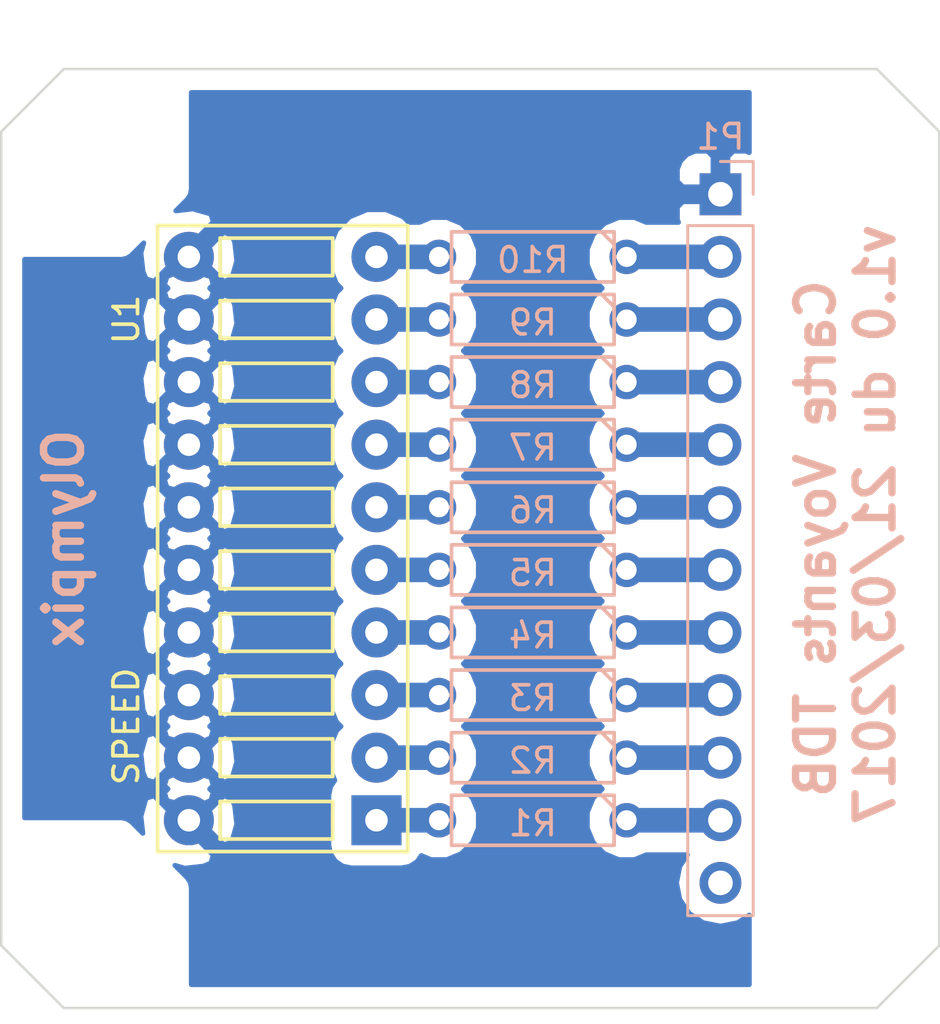
<source format=kicad_pcb>
(kicad_pcb (version 4) (host pcbnew 4.0.4-stable)

  (general
    (links 30)
    (no_connects 0)
    (area 50.749999 50.749999 88.950001 88.950001)
    (thickness 1.6)
    (drawings 10)
    (tracks 20)
    (zones 0)
    (modules 16)
    (nets 23)
  )

  (page A4)
  (title_block
    (title "Support Voyants TDB")
    (rev 2)
    (company EPSA)
    (comment 1 "Validée par PJR")
    (comment 2 "Vérifié par JVN")
    (comment 3 "Conçu par VVE")
  )

  (layers
    (0 F.Cu signal)
    (31 B.Cu signal)
    (32 B.Adhes user)
    (33 F.Adhes user)
    (34 B.Paste user)
    (35 F.Paste user)
    (36 B.SilkS user)
    (37 F.SilkS user)
    (38 B.Mask user)
    (39 F.Mask user)
    (40 Dwgs.User user)
    (41 Cmts.User user)
    (42 Eco1.User user)
    (43 Eco2.User user)
    (44 Edge.Cuts user)
    (45 Margin user)
    (46 B.CrtYd user)
    (47 F.CrtYd user)
    (48 B.Fab user)
    (49 F.Fab user)
  )

  (setup
    (last_trace_width 1)
    (trace_clearance 0.3)
    (zone_clearance 0.8)
    (zone_45_only yes)
    (trace_min 0.5)
    (segment_width 0.2)
    (edge_width 0.1)
    (via_size 1.2)
    (via_drill 0.6)
    (via_min_size 0.4)
    (via_min_drill 0.3)
    (uvia_size 0.3)
    (uvia_drill 0.1)
    (uvias_allowed no)
    (uvia_min_size 0.2)
    (uvia_min_drill 0.1)
    (pcb_text_width 0.3)
    (pcb_text_size 1.5 1.5)
    (mod_edge_width 0.15)
    (mod_text_size 1 1)
    (mod_text_width 0.15)
    (pad_size 1.5 1.5)
    (pad_drill 0.6)
    (pad_to_mask_clearance 0)
    (aux_axis_origin 0 0)
    (visible_elements FFFFFF7F)
    (pcbplotparams
      (layerselection 0x00030_80000001)
      (usegerberextensions false)
      (excludeedgelayer true)
      (linewidth 0.100000)
      (plotframeref false)
      (viasonmask false)
      (mode 1)
      (useauxorigin false)
      (hpglpennumber 1)
      (hpglpenspeed 20)
      (hpglpendiameter 15)
      (hpglpenoverlay 2)
      (psnegative false)
      (psa4output false)
      (plotreference true)
      (plotvalue true)
      (plotinvisibletext false)
      (padsonsilk false)
      (subtractmaskfromsilk false)
      (outputformat 1)
      (mirror false)
      (drillshape 1)
      (scaleselection 1)
      (outputdirectory ""))
  )

  (net 0 "")
  (net 1 bar_graph_1)
  (net 2 "Net-(R1-Pad2)")
  (net 3 bar_graph_2)
  (net 4 "Net-(R2-Pad2)")
  (net 5 bar_graph_3)
  (net 6 "Net-(R3-Pad2)")
  (net 7 bar_graph_4)
  (net 8 "Net-(R4-Pad2)")
  (net 9 bar_graph_5)
  (net 10 "Net-(R5-Pad2)")
  (net 11 bar_graph_6)
  (net 12 "Net-(R6-Pad2)")
  (net 13 bar_graph_7)
  (net 14 "Net-(R7-Pad2)")
  (net 15 bar_graph_8)
  (net 16 "Net-(R8-Pad2)")
  (net 17 bar_graph_9)
  (net 18 "Net-(R9-Pad2)")
  (net 19 bar_graph_10)
  (net 20 "Net-(R10-Pad2)")
  (net 21 GND)
  (net 22 "Net-(P1-Pad12)")

  (net_class Default "Ceci est la Netclass par défaut"
    (clearance 0.3)
    (trace_width 1)
    (via_dia 1.2)
    (via_drill 0.6)
    (uvia_dia 0.3)
    (uvia_drill 0.1)
    (add_net GND)
    (add_net "Net-(P1-Pad12)")
    (add_net "Net-(R1-Pad2)")
    (add_net "Net-(R10-Pad2)")
    (add_net "Net-(R2-Pad2)")
    (add_net "Net-(R3-Pad2)")
    (add_net "Net-(R4-Pad2)")
    (add_net "Net-(R5-Pad2)")
    (add_net "Net-(R6-Pad2)")
    (add_net "Net-(R7-Pad2)")
    (add_net "Net-(R8-Pad2)")
    (add_net "Net-(R9-Pad2)")
    (add_net bar_graph_1)
    (add_net bar_graph_10)
    (add_net bar_graph_2)
    (add_net bar_graph_3)
    (add_net bar_graph_4)
    (add_net bar_graph_5)
    (add_net bar_graph_6)
    (add_net bar_graph_7)
    (add_net bar_graph_8)
    (add_net bar_graph_9)
  )

  (module Mounting_Holes:MountingHole_3.2mm_M3 (layer F.Cu) (tedit 58D13C3D) (tstamp 58D13BAD)
    (at 85.09 85.09)
    (descr "Mounting Hole 3.2mm, no annular, M3")
    (tags "mounting hole 3.2mm no annular m3")
    (fp_text reference REF** (at 0 -4.2) (layer F.SilkS) hide
      (effects (font (size 1 1) (thickness 0.15)))
    )
    (fp_text value "" (at 0 4.2) (layer F.Fab)
      (effects (font (size 1 1) (thickness 0.15)))
    )
    (fp_circle (center 0 0) (end 3.2 0) (layer Cmts.User) (width 0.15))
    (fp_circle (center 0 0) (end 3.45 0) (layer F.CrtYd) (width 0.05))
    (pad 1 np_thru_hole circle (at 0 0) (size 3.2 3.2) (drill 3.2) (layers *.Cu *.Mask))
  )

  (module Mounting_Holes:MountingHole_3.2mm_M3 (layer F.Cu) (tedit 58D13C3A) (tstamp 58D13BA7)
    (at 54.61 85.09)
    (descr "Mounting Hole 3.2mm, no annular, M3")
    (tags "mounting hole 3.2mm no annular m3")
    (fp_text reference REF** (at 0 -4.2) (layer F.SilkS) hide
      (effects (font (size 1 1) (thickness 0.15)))
    )
    (fp_text value "" (at 0 4.2) (layer F.Fab)
      (effects (font (size 1 1) (thickness 0.15)))
    )
    (fp_circle (center 0 0) (end 3.2 0) (layer Cmts.User) (width 0.15))
    (fp_circle (center 0 0) (end 3.45 0) (layer F.CrtYd) (width 0.05))
    (pad 1 np_thru_hole circle (at 0 0) (size 3.2 3.2) (drill 3.2) (layers *.Cu *.Mask))
  )

  (module Mounting_Holes:MountingHole_3.2mm_M3 (layer F.Cu) (tedit 58D13C40) (tstamp 58D13B9D)
    (at 85.09 54.61)
    (descr "Mounting Hole 3.2mm, no annular, M3")
    (tags "mounting hole 3.2mm no annular m3")
    (fp_text reference REF** (at 0 -4.2) (layer F.SilkS) hide
      (effects (font (size 1 1) (thickness 0.15)))
    )
    (fp_text value "" (at 0 -6.35) (layer F.Fab)
      (effects (font (size 1 1) (thickness 0.15)))
    )
    (fp_circle (center 0 0) (end 3.2 0) (layer Cmts.User) (width 0.15))
    (fp_circle (center 0 0) (end 3.45 0) (layer F.CrtYd) (width 0.05))
    (pad 1 np_thru_hole circle (at 0 0) (size 3.2 3.2) (drill 3.2) (layers *.Cu *.Mask))
  )

  (module Discret:R3 (layer B.Cu) (tedit 0) (tstamp 58D13A1B)
    (at 72.39 81.28 180)
    (descr "Resitance 3 pas")
    (tags R)
    (path /58B84772)
    (fp_text reference R1 (at 0 -0.127 180) (layer B.SilkS)
      (effects (font (size 1 1) (thickness 0.15)) (justify mirror))
    )
    (fp_text value 191 (at 0 -0.127 180) (layer B.Fab)
      (effects (font (size 1 1) (thickness 0.15)) (justify mirror))
    )
    (fp_line (start -3.81 0) (end -3.302 0) (layer B.SilkS) (width 0.15))
    (fp_line (start 3.81 0) (end 3.302 0) (layer B.SilkS) (width 0.15))
    (fp_line (start 3.302 0) (end 3.302 1.016) (layer B.SilkS) (width 0.15))
    (fp_line (start 3.302 1.016) (end -3.302 1.016) (layer B.SilkS) (width 0.15))
    (fp_line (start -3.302 1.016) (end -3.302 -1.016) (layer B.SilkS) (width 0.15))
    (fp_line (start -3.302 -1.016) (end 3.302 -1.016) (layer B.SilkS) (width 0.15))
    (fp_line (start 3.302 -1.016) (end 3.302 0) (layer B.SilkS) (width 0.15))
    (fp_line (start -3.302 0.508) (end -2.794 1.016) (layer B.SilkS) (width 0.15))
    (pad 1 thru_hole circle (at -3.81 0 180) (size 1.397 1.397) (drill 0.8128) (layers *.Cu *.Mask)
      (net 1 bar_graph_1))
    (pad 2 thru_hole circle (at 3.81 0 180) (size 1.397 1.397) (drill 0.8128) (layers *.Cu *.Mask)
      (net 2 "Net-(R1-Pad2)"))
    (model Discret.3dshapes/R3.wrl
      (at (xyz 0 0 0))
      (scale (xyz 0.3 0.3 0.3))
      (rotate (xyz 0 0 0))
    )
  )

  (module Discret:R3 (layer B.Cu) (tedit 0) (tstamp 58D13A21)
    (at 72.39 78.74 180)
    (descr "Resitance 3 pas")
    (tags R)
    (path /58B8479E)
    (fp_text reference R2 (at 0 -0.127 180) (layer B.SilkS)
      (effects (font (size 1 1) (thickness 0.15)) (justify mirror))
    )
    (fp_text value 191 (at 0 -0.127 180) (layer B.Fab)
      (effects (font (size 1 1) (thickness 0.15)) (justify mirror))
    )
    (fp_line (start -3.81 0) (end -3.302 0) (layer B.SilkS) (width 0.15))
    (fp_line (start 3.81 0) (end 3.302 0) (layer B.SilkS) (width 0.15))
    (fp_line (start 3.302 0) (end 3.302 1.016) (layer B.SilkS) (width 0.15))
    (fp_line (start 3.302 1.016) (end -3.302 1.016) (layer B.SilkS) (width 0.15))
    (fp_line (start -3.302 1.016) (end -3.302 -1.016) (layer B.SilkS) (width 0.15))
    (fp_line (start -3.302 -1.016) (end 3.302 -1.016) (layer B.SilkS) (width 0.15))
    (fp_line (start 3.302 -1.016) (end 3.302 0) (layer B.SilkS) (width 0.15))
    (fp_line (start -3.302 0.508) (end -2.794 1.016) (layer B.SilkS) (width 0.15))
    (pad 1 thru_hole circle (at -3.81 0 180) (size 1.397 1.397) (drill 0.8128) (layers *.Cu *.Mask)
      (net 3 bar_graph_2))
    (pad 2 thru_hole circle (at 3.81 0 180) (size 1.397 1.397) (drill 0.8128) (layers *.Cu *.Mask)
      (net 4 "Net-(R2-Pad2)"))
    (model Discret.3dshapes/R3.wrl
      (at (xyz 0 0 0))
      (scale (xyz 0.3 0.3 0.3))
      (rotate (xyz 0 0 0))
    )
  )

  (module Discret:R3 (layer B.Cu) (tedit 0) (tstamp 58D13A27)
    (at 72.39 76.2 180)
    (descr "Resitance 3 pas")
    (tags R)
    (path /58B847CE)
    (fp_text reference R3 (at 0 -0.127 180) (layer B.SilkS)
      (effects (font (size 1 1) (thickness 0.15)) (justify mirror))
    )
    (fp_text value 191 (at 0 -0.127 180) (layer B.Fab)
      (effects (font (size 1 1) (thickness 0.15)) (justify mirror))
    )
    (fp_line (start -3.81 0) (end -3.302 0) (layer B.SilkS) (width 0.15))
    (fp_line (start 3.81 0) (end 3.302 0) (layer B.SilkS) (width 0.15))
    (fp_line (start 3.302 0) (end 3.302 1.016) (layer B.SilkS) (width 0.15))
    (fp_line (start 3.302 1.016) (end -3.302 1.016) (layer B.SilkS) (width 0.15))
    (fp_line (start -3.302 1.016) (end -3.302 -1.016) (layer B.SilkS) (width 0.15))
    (fp_line (start -3.302 -1.016) (end 3.302 -1.016) (layer B.SilkS) (width 0.15))
    (fp_line (start 3.302 -1.016) (end 3.302 0) (layer B.SilkS) (width 0.15))
    (fp_line (start -3.302 0.508) (end -2.794 1.016) (layer B.SilkS) (width 0.15))
    (pad 1 thru_hole circle (at -3.81 0 180) (size 1.397 1.397) (drill 0.8128) (layers *.Cu *.Mask)
      (net 5 bar_graph_3))
    (pad 2 thru_hole circle (at 3.81 0 180) (size 1.397 1.397) (drill 0.8128) (layers *.Cu *.Mask)
      (net 6 "Net-(R3-Pad2)"))
    (model Discret.3dshapes/R3.wrl
      (at (xyz 0 0 0))
      (scale (xyz 0.3 0.3 0.3))
      (rotate (xyz 0 0 0))
    )
  )

  (module Discret:R3 (layer B.Cu) (tedit 0) (tstamp 58D13A2D)
    (at 72.39 73.66 180)
    (descr "Resitance 3 pas")
    (tags R)
    (path /58B847F6)
    (fp_text reference R4 (at 0 -0.127 180) (layer B.SilkS)
      (effects (font (size 1 1) (thickness 0.15)) (justify mirror))
    )
    (fp_text value 191 (at 0 -0.127 180) (layer B.Fab)
      (effects (font (size 1 1) (thickness 0.15)) (justify mirror))
    )
    (fp_line (start -3.81 0) (end -3.302 0) (layer B.SilkS) (width 0.15))
    (fp_line (start 3.81 0) (end 3.302 0) (layer B.SilkS) (width 0.15))
    (fp_line (start 3.302 0) (end 3.302 1.016) (layer B.SilkS) (width 0.15))
    (fp_line (start 3.302 1.016) (end -3.302 1.016) (layer B.SilkS) (width 0.15))
    (fp_line (start -3.302 1.016) (end -3.302 -1.016) (layer B.SilkS) (width 0.15))
    (fp_line (start -3.302 -1.016) (end 3.302 -1.016) (layer B.SilkS) (width 0.15))
    (fp_line (start 3.302 -1.016) (end 3.302 0) (layer B.SilkS) (width 0.15))
    (fp_line (start -3.302 0.508) (end -2.794 1.016) (layer B.SilkS) (width 0.15))
    (pad 1 thru_hole circle (at -3.81 0 180) (size 1.397 1.397) (drill 0.8128) (layers *.Cu *.Mask)
      (net 7 bar_graph_4))
    (pad 2 thru_hole circle (at 3.81 0 180) (size 1.397 1.397) (drill 0.8128) (layers *.Cu *.Mask)
      (net 8 "Net-(R4-Pad2)"))
    (model Discret.3dshapes/R3.wrl
      (at (xyz 0 0 0))
      (scale (xyz 0.3 0.3 0.3))
      (rotate (xyz 0 0 0))
    )
  )

  (module Discret:R3 (layer B.Cu) (tedit 0) (tstamp 58D13A33)
    (at 72.39 71.12 180)
    (descr "Resitance 3 pas")
    (tags R)
    (path /58B843C5)
    (fp_text reference R5 (at 0 -0.127 180) (layer B.SilkS)
      (effects (font (size 1 1) (thickness 0.15)) (justify mirror))
    )
    (fp_text value 191 (at 0 -0.127 180) (layer B.Fab)
      (effects (font (size 1 1) (thickness 0.15)) (justify mirror))
    )
    (fp_line (start -3.81 0) (end -3.302 0) (layer B.SilkS) (width 0.15))
    (fp_line (start 3.81 0) (end 3.302 0) (layer B.SilkS) (width 0.15))
    (fp_line (start 3.302 0) (end 3.302 1.016) (layer B.SilkS) (width 0.15))
    (fp_line (start 3.302 1.016) (end -3.302 1.016) (layer B.SilkS) (width 0.15))
    (fp_line (start -3.302 1.016) (end -3.302 -1.016) (layer B.SilkS) (width 0.15))
    (fp_line (start -3.302 -1.016) (end 3.302 -1.016) (layer B.SilkS) (width 0.15))
    (fp_line (start 3.302 -1.016) (end 3.302 0) (layer B.SilkS) (width 0.15))
    (fp_line (start -3.302 0.508) (end -2.794 1.016) (layer B.SilkS) (width 0.15))
    (pad 1 thru_hole circle (at -3.81 0 180) (size 1.397 1.397) (drill 0.8128) (layers *.Cu *.Mask)
      (net 9 bar_graph_5))
    (pad 2 thru_hole circle (at 3.81 0 180) (size 1.397 1.397) (drill 0.8128) (layers *.Cu *.Mask)
      (net 10 "Net-(R5-Pad2)"))
    (model Discret.3dshapes/R3.wrl
      (at (xyz 0 0 0))
      (scale (xyz 0.3 0.3 0.3))
      (rotate (xyz 0 0 0))
    )
  )

  (module Discret:R3 (layer B.Cu) (tedit 0) (tstamp 58D13A39)
    (at 72.39 68.58 180)
    (descr "Resitance 3 pas")
    (tags R)
    (path /58B84710)
    (fp_text reference R6 (at 0 -0.127 180) (layer B.SilkS)
      (effects (font (size 1 1) (thickness 0.15)) (justify mirror))
    )
    (fp_text value 191 (at 0 -0.127 180) (layer B.Fab)
      (effects (font (size 1 1) (thickness 0.15)) (justify mirror))
    )
    (fp_line (start -3.81 0) (end -3.302 0) (layer B.SilkS) (width 0.15))
    (fp_line (start 3.81 0) (end 3.302 0) (layer B.SilkS) (width 0.15))
    (fp_line (start 3.302 0) (end 3.302 1.016) (layer B.SilkS) (width 0.15))
    (fp_line (start 3.302 1.016) (end -3.302 1.016) (layer B.SilkS) (width 0.15))
    (fp_line (start -3.302 1.016) (end -3.302 -1.016) (layer B.SilkS) (width 0.15))
    (fp_line (start -3.302 -1.016) (end 3.302 -1.016) (layer B.SilkS) (width 0.15))
    (fp_line (start 3.302 -1.016) (end 3.302 0) (layer B.SilkS) (width 0.15))
    (fp_line (start -3.302 0.508) (end -2.794 1.016) (layer B.SilkS) (width 0.15))
    (pad 1 thru_hole circle (at -3.81 0 180) (size 1.397 1.397) (drill 0.8128) (layers *.Cu *.Mask)
      (net 11 bar_graph_6))
    (pad 2 thru_hole circle (at 3.81 0 180) (size 1.397 1.397) (drill 0.8128) (layers *.Cu *.Mask)
      (net 12 "Net-(R6-Pad2)"))
    (model Discret.3dshapes/R3.wrl
      (at (xyz 0 0 0))
      (scale (xyz 0.3 0.3 0.3))
      (rotate (xyz 0 0 0))
    )
  )

  (module Discret:R3 (layer B.Cu) (tedit 0) (tstamp 58D13A3F)
    (at 72.39 66.04 180)
    (descr "Resitance 3 pas")
    (tags R)
    (path /58B84744)
    (fp_text reference R7 (at 0 -0.127 180) (layer B.SilkS)
      (effects (font (size 1 1) (thickness 0.15)) (justify mirror))
    )
    (fp_text value 191 (at 0 -0.127 180) (layer B.Fab)
      (effects (font (size 1 1) (thickness 0.15)) (justify mirror))
    )
    (fp_line (start -3.81 0) (end -3.302 0) (layer B.SilkS) (width 0.15))
    (fp_line (start 3.81 0) (end 3.302 0) (layer B.SilkS) (width 0.15))
    (fp_line (start 3.302 0) (end 3.302 1.016) (layer B.SilkS) (width 0.15))
    (fp_line (start 3.302 1.016) (end -3.302 1.016) (layer B.SilkS) (width 0.15))
    (fp_line (start -3.302 1.016) (end -3.302 -1.016) (layer B.SilkS) (width 0.15))
    (fp_line (start -3.302 -1.016) (end 3.302 -1.016) (layer B.SilkS) (width 0.15))
    (fp_line (start 3.302 -1.016) (end 3.302 0) (layer B.SilkS) (width 0.15))
    (fp_line (start -3.302 0.508) (end -2.794 1.016) (layer B.SilkS) (width 0.15))
    (pad 1 thru_hole circle (at -3.81 0 180) (size 1.397 1.397) (drill 0.8128) (layers *.Cu *.Mask)
      (net 13 bar_graph_7))
    (pad 2 thru_hole circle (at 3.81 0 180) (size 1.397 1.397) (drill 0.8128) (layers *.Cu *.Mask)
      (net 14 "Net-(R7-Pad2)"))
    (model Discret.3dshapes/R3.wrl
      (at (xyz 0 0 0))
      (scale (xyz 0.3 0.3 0.3))
      (rotate (xyz 0 0 0))
    )
  )

  (module Discret:R3 (layer B.Cu) (tedit 0) (tstamp 58D13A45)
    (at 72.39 63.5 180)
    (descr "Resitance 3 pas")
    (tags R)
    (path /58B84830)
    (fp_text reference R8 (at 0 -0.127 180) (layer B.SilkS)
      (effects (font (size 1 1) (thickness 0.15)) (justify mirror))
    )
    (fp_text value 191 (at 0 -0.127 180) (layer B.Fab)
      (effects (font (size 1 1) (thickness 0.15)) (justify mirror))
    )
    (fp_line (start -3.81 0) (end -3.302 0) (layer B.SilkS) (width 0.15))
    (fp_line (start 3.81 0) (end 3.302 0) (layer B.SilkS) (width 0.15))
    (fp_line (start 3.302 0) (end 3.302 1.016) (layer B.SilkS) (width 0.15))
    (fp_line (start 3.302 1.016) (end -3.302 1.016) (layer B.SilkS) (width 0.15))
    (fp_line (start -3.302 1.016) (end -3.302 -1.016) (layer B.SilkS) (width 0.15))
    (fp_line (start -3.302 -1.016) (end 3.302 -1.016) (layer B.SilkS) (width 0.15))
    (fp_line (start 3.302 -1.016) (end 3.302 0) (layer B.SilkS) (width 0.15))
    (fp_line (start -3.302 0.508) (end -2.794 1.016) (layer B.SilkS) (width 0.15))
    (pad 1 thru_hole circle (at -3.81 0 180) (size 1.397 1.397) (drill 0.8128) (layers *.Cu *.Mask)
      (net 15 bar_graph_8))
    (pad 2 thru_hole circle (at 3.81 0 180) (size 1.397 1.397) (drill 0.8128) (layers *.Cu *.Mask)
      (net 16 "Net-(R8-Pad2)"))
    (model Discret.3dshapes/R3.wrl
      (at (xyz 0 0 0))
      (scale (xyz 0.3 0.3 0.3))
      (rotate (xyz 0 0 0))
    )
  )

  (module Discret:R3 (layer B.Cu) (tedit 0) (tstamp 58D13A4B)
    (at 72.39 60.96 180)
    (descr "Resitance 3 pas")
    (tags R)
    (path /58B84860)
    (fp_text reference R9 (at 0 -0.127 180) (layer B.SilkS)
      (effects (font (size 1 1) (thickness 0.15)) (justify mirror))
    )
    (fp_text value 191 (at 0 -0.127 180) (layer B.Fab)
      (effects (font (size 1 1) (thickness 0.15)) (justify mirror))
    )
    (fp_line (start -3.81 0) (end -3.302 0) (layer B.SilkS) (width 0.15))
    (fp_line (start 3.81 0) (end 3.302 0) (layer B.SilkS) (width 0.15))
    (fp_line (start 3.302 0) (end 3.302 1.016) (layer B.SilkS) (width 0.15))
    (fp_line (start 3.302 1.016) (end -3.302 1.016) (layer B.SilkS) (width 0.15))
    (fp_line (start -3.302 1.016) (end -3.302 -1.016) (layer B.SilkS) (width 0.15))
    (fp_line (start -3.302 -1.016) (end 3.302 -1.016) (layer B.SilkS) (width 0.15))
    (fp_line (start 3.302 -1.016) (end 3.302 0) (layer B.SilkS) (width 0.15))
    (fp_line (start -3.302 0.508) (end -2.794 1.016) (layer B.SilkS) (width 0.15))
    (pad 1 thru_hole circle (at -3.81 0 180) (size 1.397 1.397) (drill 0.8128) (layers *.Cu *.Mask)
      (net 17 bar_graph_9))
    (pad 2 thru_hole circle (at 3.81 0 180) (size 1.397 1.397) (drill 0.8128) (layers *.Cu *.Mask)
      (net 18 "Net-(R9-Pad2)"))
    (model Discret.3dshapes/R3.wrl
      (at (xyz 0 0 0))
      (scale (xyz 0.3 0.3 0.3))
      (rotate (xyz 0 0 0))
    )
  )

  (module Discret:R3 (layer B.Cu) (tedit 0) (tstamp 58D13A51)
    (at 72.39 58.42 180)
    (descr "Resitance 3 pas")
    (tags R)
    (path /58B84890)
    (fp_text reference R10 (at 0 -0.127 180) (layer B.SilkS)
      (effects (font (size 1 1) (thickness 0.15)) (justify mirror))
    )
    (fp_text value 191 (at 0 -0.127 180) (layer B.Fab)
      (effects (font (size 1 1) (thickness 0.15)) (justify mirror))
    )
    (fp_line (start -3.81 0) (end -3.302 0) (layer B.SilkS) (width 0.15))
    (fp_line (start 3.81 0) (end 3.302 0) (layer B.SilkS) (width 0.15))
    (fp_line (start 3.302 0) (end 3.302 1.016) (layer B.SilkS) (width 0.15))
    (fp_line (start 3.302 1.016) (end -3.302 1.016) (layer B.SilkS) (width 0.15))
    (fp_line (start -3.302 1.016) (end -3.302 -1.016) (layer B.SilkS) (width 0.15))
    (fp_line (start -3.302 -1.016) (end 3.302 -1.016) (layer B.SilkS) (width 0.15))
    (fp_line (start 3.302 -1.016) (end 3.302 0) (layer B.SilkS) (width 0.15))
    (fp_line (start -3.302 0.508) (end -2.794 1.016) (layer B.SilkS) (width 0.15))
    (pad 1 thru_hole circle (at -3.81 0 180) (size 1.397 1.397) (drill 0.8128) (layers *.Cu *.Mask)
      (net 19 bar_graph_10))
    (pad 2 thru_hole circle (at 3.81 0 180) (size 1.397 1.397) (drill 0.8128) (layers *.Cu *.Mask)
      (net 20 "Net-(R10-Pad2)"))
    (model Discret.3dshapes/R3.wrl
      (at (xyz 0 0 0))
      (scale (xyz 0.3 0.3 0.3))
      (rotate (xyz 0 0 0))
    )
  )

  (module Display:HDSP-48xx (layer F.Cu) (tedit 58D13C61) (tstamp 58D13A69)
    (at 62.23 69.85 90)
    (descr "Barre 10 points")
    (tags BARGRAPH)
    (path /58B842EE)
    (fp_text reference U1 (at 8.89 -6.35 90) (layer F.SilkS)
      (effects (font (size 1 1) (thickness 0.15)))
    )
    (fp_text value SPEED (at -7.62 -6.35 90) (layer F.SilkS)
      (effects (font (size 1 1) (thickness 0.15)))
    )
    (fp_line (start 10.668 -2.54) (end 12.192 -2.54) (layer F.SilkS) (width 0.15))
    (fp_line (start 12.192 -2.54) (end 12.192 2.032) (layer F.SilkS) (width 0.15))
    (fp_line (start 12.192 2.032) (end 10.668 2.032) (layer F.SilkS) (width 0.15))
    (fp_line (start 10.668 2.032) (end 10.668 -2.54) (layer F.SilkS) (width 0.15))
    (fp_line (start 8.128 -2.54) (end 9.652 -2.54) (layer F.SilkS) (width 0.15))
    (fp_line (start 9.652 -2.54) (end 9.652 2.032) (layer F.SilkS) (width 0.15))
    (fp_line (start 9.652 2.032) (end 8.128 2.032) (layer F.SilkS) (width 0.15))
    (fp_line (start 8.128 2.032) (end 8.128 -2.54) (layer F.SilkS) (width 0.15))
    (fp_line (start 5.588 -2.54) (end 7.112 -2.54) (layer F.SilkS) (width 0.15))
    (fp_line (start 7.112 -2.54) (end 7.112 2.032) (layer F.SilkS) (width 0.15))
    (fp_line (start 7.112 2.032) (end 5.588 2.032) (layer F.SilkS) (width 0.15))
    (fp_line (start 5.588 2.032) (end 5.588 -2.54) (layer F.SilkS) (width 0.15))
    (fp_line (start 3.048 -2.54) (end 4.572 -2.54) (layer F.SilkS) (width 0.15))
    (fp_line (start 4.572 -2.54) (end 4.572 2.032) (layer F.SilkS) (width 0.15))
    (fp_line (start 4.572 2.032) (end 3.048 2.032) (layer F.SilkS) (width 0.15))
    (fp_line (start 3.048 2.032) (end 3.048 -2.54) (layer F.SilkS) (width 0.15))
    (fp_line (start 0.508 -2.54) (end 2.032 -2.54) (layer F.SilkS) (width 0.15))
    (fp_line (start 2.032 -2.54) (end 2.032 2.032) (layer F.SilkS) (width 0.15))
    (fp_line (start 2.032 2.032) (end 0.508 2.032) (layer F.SilkS) (width 0.15))
    (fp_line (start 0.508 2.032) (end 0.508 -2.54) (layer F.SilkS) (width 0.15))
    (fp_line (start -2.032 -2.54) (end -0.508 -2.54) (layer F.SilkS) (width 0.15))
    (fp_line (start -0.508 -2.54) (end -0.508 2.032) (layer F.SilkS) (width 0.15))
    (fp_line (start -0.508 2.032) (end -2.032 2.032) (layer F.SilkS) (width 0.15))
    (fp_line (start -2.032 2.032) (end -2.032 -2.54) (layer F.SilkS) (width 0.15))
    (fp_line (start -4.572 2.032) (end -3.048 2.032) (layer F.SilkS) (width 0.15))
    (fp_line (start -3.048 2.032) (end -3.048 -2.54) (layer F.SilkS) (width 0.15))
    (fp_line (start -3.048 -2.54) (end -4.572 -2.54) (layer F.SilkS) (width 0.15))
    (fp_line (start -4.572 -2.54) (end -4.572 2.032) (layer F.SilkS) (width 0.15))
    (fp_line (start -7.112 -2.54) (end -5.588 -2.54) (layer F.SilkS) (width 0.15))
    (fp_line (start -5.588 -2.54) (end -5.588 2.032) (layer F.SilkS) (width 0.15))
    (fp_line (start -5.588 2.032) (end -7.112 2.032) (layer F.SilkS) (width 0.15))
    (fp_line (start -7.112 2.032) (end -7.112 -2.54) (layer F.SilkS) (width 0.15))
    (fp_line (start -9.652 2.032) (end -9.652 -2.54) (layer F.SilkS) (width 0.15))
    (fp_line (start -9.652 -2.54) (end -8.128 -2.54) (layer F.SilkS) (width 0.15))
    (fp_line (start -8.128 -2.54) (end -8.128 2.032) (layer F.SilkS) (width 0.15))
    (fp_line (start -8.128 2.032) (end -9.652 2.032) (layer F.SilkS) (width 0.15))
    (fp_line (start -12.192 2.032) (end -12.192 -2.54) (layer F.SilkS) (width 0.15))
    (fp_line (start -12.192 -2.54) (end -10.668 -2.54) (layer F.SilkS) (width 0.15))
    (fp_line (start -10.668 -2.54) (end -10.668 2.032) (layer F.SilkS) (width 0.15))
    (fp_line (start -10.668 2.032) (end -12.192 2.032) (layer F.SilkS) (width 0.15))
    (fp_line (start 11.176 2.032) (end 11.684 2.032) (layer F.SilkS) (width 0.15))
    (fp_line (start 11.684 -2.54) (end 11.176 -2.54) (layer F.SilkS) (width 0.15))
    (fp_line (start 8.636 2.032) (end 9.144 2.032) (layer F.SilkS) (width 0.15))
    (fp_line (start 9.144 -2.54) (end 8.636 -2.54) (layer F.SilkS) (width 0.15))
    (fp_line (start 6.096 2.032) (end 6.604 2.032) (layer F.SilkS) (width 0.15))
    (fp_line (start 6.604 -2.54) (end 6.096 -2.54) (layer F.SilkS) (width 0.15))
    (fp_line (start 3.556 2.032) (end 4.064 2.032) (layer F.SilkS) (width 0.15))
    (fp_line (start 4.064 -2.54) (end 3.556 -2.54) (layer F.SilkS) (width 0.15))
    (fp_line (start 1.016 2.032) (end 1.524 2.032) (layer F.SilkS) (width 0.15))
    (fp_line (start 1.524 -2.54) (end 1.016 -2.54) (layer F.SilkS) (width 0.15))
    (fp_line (start -1.524 2.032) (end -1.016 2.032) (layer F.SilkS) (width 0.15))
    (fp_line (start -1.016 -2.54) (end -1.524 -2.54) (layer F.SilkS) (width 0.15))
    (fp_line (start -3.556 -2.54) (end -4.064 -2.54) (layer F.SilkS) (width 0.15))
    (fp_line (start -4.064 2.032) (end -3.556 2.032) (layer F.SilkS) (width 0.15))
    (fp_line (start -6.604 2.032) (end -6.096 2.032) (layer F.SilkS) (width 0.15))
    (fp_line (start -6.096 -2.54) (end -6.604 -2.54) (layer F.SilkS) (width 0.15))
    (fp_line (start -9.144 2.032) (end -8.636 2.032) (layer F.SilkS) (width 0.15))
    (fp_line (start -8.636 -2.54) (end -9.144 -2.54) (layer F.SilkS) (width 0.15))
    (fp_line (start -11.684 -2.54) (end -11.176 -2.54) (layer F.SilkS) (width 0.15))
    (fp_line (start -11.176 2.032) (end -11.684 2.032) (layer F.SilkS) (width 0.15))
    (fp_line (start 12.7 -5.08) (end 12.7 5.08) (layer F.SilkS) (width 0.15))
    (fp_line (start 12.7 5.08) (end -12.7 5.08) (layer F.SilkS) (width 0.15))
    (fp_line (start -12.7 5.08) (end -12.7 -5.08) (layer F.SilkS) (width 0.15))
    (fp_line (start -12.7 -5.08) (end 12.7 -5.08) (layer F.SilkS) (width 0.15))
    (pad 1 thru_hole rect (at -11.43 3.81 90) (size 2.032 2.032) (drill 0.9144) (layers *.Cu *.Mask)
      (net 2 "Net-(R1-Pad2)"))
    (pad 2 thru_hole circle (at -8.89 3.81 90) (size 2.032 2.032) (drill 0.9144) (layers *.Cu *.Mask)
      (net 4 "Net-(R2-Pad2)"))
    (pad 3 thru_hole circle (at -6.35 3.81 90) (size 2.032 2.032) (drill 0.9144) (layers *.Cu *.Mask)
      (net 6 "Net-(R3-Pad2)"))
    (pad 4 thru_hole circle (at -3.81 3.81 90) (size 2.032 2.032) (drill 0.9144) (layers *.Cu *.Mask)
      (net 8 "Net-(R4-Pad2)"))
    (pad 13 thru_hole circle (at 6.35 -3.81 90) (size 2.032 2.032) (drill 0.9144) (layers *.Cu *.Mask)
      (net 21 GND))
    (pad 14 thru_hole circle (at 3.81 -3.81 90) (size 2.032 2.032) (drill 0.9144) (layers *.Cu *.Mask)
      (net 21 GND))
    (pad 15 thru_hole circle (at 1.27 -3.81 90) (size 2.032 2.032) (drill 0.9144) (layers *.Cu *.Mask)
      (net 21 GND))
    (pad 16 thru_hole circle (at -1.27 -3.81 90) (size 2.032 2.032) (drill 0.9144) (layers *.Cu *.Mask)
      (net 21 GND))
    (pad 5 thru_hole circle (at -1.27 3.81 90) (size 2.032 2.032) (drill 0.9144) (layers *.Cu *.Mask)
      (net 10 "Net-(R5-Pad2)"))
    (pad 6 thru_hole circle (at 1.27 3.81 90) (size 2.032 2.032) (drill 0.9144) (layers *.Cu *.Mask)
      (net 12 "Net-(R6-Pad2)"))
    (pad 7 thru_hole circle (at 3.81 3.81 90) (size 2.032 2.032) (drill 0.9144) (layers *.Cu *.Mask)
      (net 14 "Net-(R7-Pad2)"))
    (pad 8 thru_hole circle (at 6.35 3.81 90) (size 2.032 2.032) (drill 0.9144) (layers *.Cu *.Mask)
      (net 16 "Net-(R8-Pad2)"))
    (pad 12 thru_hole circle (at 8.89 -3.81 90) (size 2.032 2.032) (drill 0.9144) (layers *.Cu *.Mask)
      (net 21 GND))
    (pad 11 thru_hole circle (at 11.43 -3.81 90) (size 2.032 2.032) (drill 0.9144) (layers *.Cu *.Mask)
      (net 21 GND))
    (pad 10 thru_hole circle (at 11.43 3.81 90) (size 2.032 2.032) (drill 0.9144) (layers *.Cu *.Mask)
      (net 20 "Net-(R10-Pad2)"))
    (pad 9 thru_hole circle (at 8.89 3.81 90) (size 2.032 2.032) (drill 0.9144) (layers *.Cu *.Mask)
      (net 18 "Net-(R9-Pad2)"))
    (pad 17 thru_hole circle (at -3.81 -3.81 90) (size 2.032 2.032) (drill 0.9144) (layers *.Cu *.Mask)
      (net 21 GND))
    (pad 18 thru_hole circle (at -6.35 -3.81 90) (size 2.032 2.032) (drill 0.9144) (layers *.Cu *.Mask)
      (net 21 GND))
    (pad 19 thru_hole circle (at -8.89 -3.81 90) (size 2.032 2.032) (drill 0.9144) (layers *.Cu *.Mask)
      (net 21 GND))
    (pad 20 thru_hole circle (at -11.43 -3.81 90) (size 2.032 2.032) (drill 0.9144) (layers *.Cu *.Mask)
      (net 21 GND))
  )

  (module Mounting_Holes:MountingHole_3.2mm_M3 (layer F.Cu) (tedit 58D13C44) (tstamp 58D13B8E)
    (at 54.61 54.61)
    (descr "Mounting Hole 3.2mm, no annular, M3")
    (tags "mounting hole 3.2mm no annular m3")
    (fp_text reference REF** (at 0 -4.2) (layer F.SilkS) hide
      (effects (font (size 1 1) (thickness 0.15)))
    )
    (fp_text value "" (at -1.27 -6.35) (layer F.Fab)
      (effects (font (size 1 1) (thickness 0.15)))
    )
    (fp_circle (center 0 0) (end 3.2 0) (layer Cmts.User) (width 0.15))
    (fp_circle (center 0 0) (end 3.45 0) (layer F.CrtYd) (width 0.05))
    (pad 1 np_thru_hole circle (at 0 0) (size 3.2 3.2) (drill 3.2) (layers *.Cu *.Mask))
  )

  (module Pin_Headers:Pin_Header_Straight_1x12_Pitch2.54mm (layer B.Cu) (tedit 58D1424E) (tstamp 58D13E28)
    (at 80.01 55.88 180)
    (descr "Through hole straight pin header, 1x12, 2.54mm pitch, single row")
    (tags "Through hole pin header THT 1x12 2.54mm single row")
    (path /58D12C96)
    (fp_text reference P1 (at 0 2.33 180) (layer B.SilkS)
      (effects (font (size 1 1) (thickness 0.15)) (justify mirror))
    )
    (fp_text value FROM_TDB (at 2.54 -30.48 180) (layer B.Fab)
      (effects (font (size 1 1) (thickness 0.15)) (justify mirror))
    )
    (fp_line (start -1.27 1.27) (end -1.27 -29.21) (layer B.Fab) (width 0.1))
    (fp_line (start -1.27 -29.21) (end 1.27 -29.21) (layer B.Fab) (width 0.1))
    (fp_line (start 1.27 -29.21) (end 1.27 1.27) (layer B.Fab) (width 0.1))
    (fp_line (start 1.27 1.27) (end -1.27 1.27) (layer B.Fab) (width 0.1))
    (fp_line (start -1.33 -1.27) (end -1.33 -29.27) (layer B.SilkS) (width 0.12))
    (fp_line (start -1.33 -29.27) (end 1.33 -29.27) (layer B.SilkS) (width 0.12))
    (fp_line (start 1.33 -29.27) (end 1.33 -1.27) (layer B.SilkS) (width 0.12))
    (fp_line (start 1.33 -1.27) (end -1.33 -1.27) (layer B.SilkS) (width 0.12))
    (fp_line (start -1.33 0) (end -1.33 1.33) (layer B.SilkS) (width 0.12))
    (fp_line (start -1.33 1.33) (end 0 1.33) (layer B.SilkS) (width 0.12))
    (fp_line (start -1.8 1.8) (end -1.8 -29.75) (layer B.CrtYd) (width 0.05))
    (fp_line (start -1.8 -29.75) (end 1.8 -29.75) (layer B.CrtYd) (width 0.05))
    (fp_line (start 1.8 -29.75) (end 1.8 1.8) (layer B.CrtYd) (width 0.05))
    (fp_line (start 1.8 1.8) (end -1.8 1.8) (layer B.CrtYd) (width 0.05))
    (fp_text user %R (at 0 2.33 180) (layer B.Fab)
      (effects (font (size 1 1) (thickness 0.15)) (justify mirror))
    )
    (pad 1 thru_hole rect (at 0 0 180) (size 1.7 1.7) (drill 1) (layers *.Cu *.Mask)
      (net 21 GND))
    (pad 2 thru_hole oval (at 0 -2.54 180) (size 1.7 1.7) (drill 1) (layers *.Cu *.Mask)
      (net 19 bar_graph_10))
    (pad 3 thru_hole oval (at 0 -5.08 180) (size 1.7 1.7) (drill 1) (layers *.Cu *.Mask)
      (net 17 bar_graph_9))
    (pad 4 thru_hole oval (at 0 -7.62 180) (size 1.7 1.7) (drill 1) (layers *.Cu *.Mask)
      (net 15 bar_graph_8))
    (pad 5 thru_hole oval (at 0 -10.16 180) (size 1.7 1.7) (drill 1) (layers *.Cu *.Mask)
      (net 13 bar_graph_7))
    (pad 6 thru_hole oval (at 0 -12.7 180) (size 1.7 1.7) (drill 1) (layers *.Cu *.Mask)
      (net 11 bar_graph_6))
    (pad 7 thru_hole oval (at 0 -15.24 180) (size 1.7 1.7) (drill 1) (layers *.Cu *.Mask)
      (net 9 bar_graph_5))
    (pad 8 thru_hole oval (at 0 -17.78 180) (size 1.7 1.7) (drill 1) (layers *.Cu *.Mask)
      (net 7 bar_graph_4))
    (pad 9 thru_hole oval (at 0 -20.32 180) (size 1.7 1.7) (drill 1) (layers *.Cu *.Mask)
      (net 5 bar_graph_3))
    (pad 10 thru_hole oval (at 0 -22.86 180) (size 1.7 1.7) (drill 1) (layers *.Cu *.Mask)
      (net 3 bar_graph_2))
    (pad 11 thru_hole oval (at 0 -25.4 180) (size 1.7 1.7) (drill 1) (layers *.Cu *.Mask)
      (net 1 bar_graph_1))
    (pad 12 thru_hole oval (at 0 -27.94 180) (size 1.7 1.7) (drill 1) (layers *.Cu *.Mask)
      (net 22 "Net-(P1-Pad12)"))
    (model ${KISYS3DMOD}/Pin_Headers.3dshapes/Pin_Header_Straight_1x12_Pitch2.54mm.wrl
      (at (xyz 0 -0.55 0))
      (scale (xyz 1 1 1))
      (rotate (xyz 0 0 90))
    )
  )

  (gr_text Olympix (at 53.34 69.85 90) (layer B.SilkS)
    (effects (font (size 1.5 1.5) (thickness 0.3)) (justify mirror))
  )
  (gr_text "Carte Voyants TDB\nv1.0 du 21/03/2017 " (at 85.09 69.85 90) (layer B.SilkS)
    (effects (font (size 1.5 1.5) (thickness 0.3)) (justify mirror))
  )
  (gr_line (start 53.34 88.9) (end 86.36 88.9) (angle 90) (layer Edge.Cuts) (width 0.1))
  (gr_line (start 50.8 53.34) (end 50.8 86.36) (angle 90) (layer Edge.Cuts) (width 0.1))
  (gr_line (start 53.34 50.8) (end 86.36 50.8) (angle 90) (layer Edge.Cuts) (width 0.1))
  (gr_line (start 88.9 53.34) (end 88.9 86.36) (angle 90) (layer Edge.Cuts) (width 0.1))
  (gr_line (start 86.36 88.9) (end 88.9 86.36) (angle 90) (layer Edge.Cuts) (width 0.1))
  (gr_line (start 50.8 86.36) (end 53.34 88.9) (angle 90) (layer Edge.Cuts) (width 0.1))
  (gr_line (start 86.36 50.8) (end 88.9 53.34) (angle 90) (layer Edge.Cuts) (width 0.1))
  (gr_line (start 50.8 53.34) (end 53.34 50.8) (angle 90) (layer Edge.Cuts) (width 0.1))

  (segment (start 76.2 81.28) (end 80.01 81.28) (width 1) (layer B.Cu) (net 1))
  (segment (start 66.04 81.28) (end 68.58 81.28) (width 1) (layer B.Cu) (net 2))
  (segment (start 76.2 78.74) (end 80.01 78.74) (width 1) (layer B.Cu) (net 3))
  (segment (start 66.04 78.74) (end 68.58 78.74) (width 1) (layer B.Cu) (net 4))
  (segment (start 76.2 76.2) (end 80.01 76.2) (width 1) (layer B.Cu) (net 5))
  (segment (start 66.04 76.2) (end 68.58 76.2) (width 1) (layer B.Cu) (net 6))
  (segment (start 76.2 73.66) (end 80.01 73.66) (width 1) (layer B.Cu) (net 7))
  (segment (start 66.04 73.66) (end 68.58 73.66) (width 1) (layer B.Cu) (net 8))
  (segment (start 76.2 71.12) (end 80.01 71.12) (width 1) (layer B.Cu) (net 9))
  (segment (start 66.04 71.12) (end 68.58 71.12) (width 1) (layer B.Cu) (net 10))
  (segment (start 76.2 68.58) (end 80.01 68.58) (width 1) (layer B.Cu) (net 11))
  (segment (start 66.04 68.58) (end 68.58 68.58) (width 1) (layer B.Cu) (net 12))
  (segment (start 76.2 66.04) (end 80.01 66.04) (width 1) (layer B.Cu) (net 13))
  (segment (start 66.04 66.04) (end 68.58 66.04) (width 1) (layer B.Cu) (net 14))
  (segment (start 76.2 63.5) (end 80.01 63.5) (width 1) (layer B.Cu) (net 15))
  (segment (start 66.04 63.5) (end 68.58 63.5) (width 1) (layer B.Cu) (net 16))
  (segment (start 76.2 60.96) (end 80.01 60.96) (width 1) (layer B.Cu) (net 17))
  (segment (start 66.04 60.96) (end 68.58 60.96) (width 1) (layer B.Cu) (net 18))
  (segment (start 76.2 58.42) (end 80.01 58.42) (width 1) (layer B.Cu) (net 19))
  (segment (start 66.04 58.42) (end 68.58 58.42) (width 1) (layer B.Cu) (net 20))

  (zone (net 21) (net_name GND) (layer B.Cu) (tstamp 58D13E92) (hatch edge 0.508)
    (connect_pads (clearance 0.8))
    (min_thickness 0.2)
    (fill yes (arc_segments 16) (thermal_gap 0.8) (thermal_bridge_width 0.8) (smoothing fillet) (radius 0.5))
    (polygon
      (pts
        (xy 58.42 50.8) (xy 81.28 50.8) (xy 81.28 55.88) (xy 83.82 58.42) (xy 88.9 58.42)
        (xy 88.9 81.28) (xy 83.82 81.28) (xy 81.28 83.82) (xy 81.28 88.9) (xy 58.42 88.9)
        (xy 58.42 83.82) (xy 55.88 81.28) (xy 50.8 81.28) (xy 50.8 58.42) (xy 55.88 58.42)
        (xy 58.42 55.88)
      )
    )
    (filled_polygon
      (pts
        (xy 81.18 54.188395) (xy 81.039021 54.13) (xy 80.535 54.13) (xy 80.31 54.355) (xy 80.31 55.58)
        (xy 80.33 55.58) (xy 80.33 56.18) (xy 80.31 56.18) (xy 80.31 56.2) (xy 79.71 56.2)
        (xy 79.71 56.18) (xy 78.485 56.18) (xy 78.26 56.405) (xy 78.26 56.909021) (xy 78.305969 57.02)
        (xy 76.996726 57.02) (xy 76.519356 56.821779) (xy 75.883434 56.821224) (xy 75.295706 57.064068) (xy 74.845648 57.513341)
        (xy 74.601779 58.100644) (xy 74.601224 58.736566) (xy 74.844068 59.324294) (xy 75.20938 59.690244) (xy 74.845648 60.053341)
        (xy 74.601779 60.640644) (xy 74.601224 61.276566) (xy 74.844068 61.864294) (xy 75.20938 62.230244) (xy 74.845648 62.593341)
        (xy 74.601779 63.180644) (xy 74.601224 63.816566) (xy 74.844068 64.404294) (xy 75.20938 64.770244) (xy 74.845648 65.133341)
        (xy 74.601779 65.720644) (xy 74.601224 66.356566) (xy 74.844068 66.944294) (xy 75.20938 67.310244) (xy 74.845648 67.673341)
        (xy 74.601779 68.260644) (xy 74.601224 68.896566) (xy 74.844068 69.484294) (xy 75.20938 69.850244) (xy 74.845648 70.213341)
        (xy 74.601779 70.800644) (xy 74.601224 71.436566) (xy 74.844068 72.024294) (xy 75.20938 72.390244) (xy 74.845648 72.753341)
        (xy 74.601779 73.340644) (xy 74.601224 73.976566) (xy 74.844068 74.564294) (xy 75.20938 74.930244) (xy 74.845648 75.293341)
        (xy 74.601779 75.880644) (xy 74.601224 76.516566) (xy 74.844068 77.104294) (xy 75.20938 77.470244) (xy 74.845648 77.833341)
        (xy 74.601779 78.420644) (xy 74.601224 79.056566) (xy 74.844068 79.644294) (xy 75.20938 80.010244) (xy 74.845648 80.373341)
        (xy 74.601779 80.960644) (xy 74.601224 81.596566) (xy 74.844068 82.184294) (xy 75.293341 82.634352) (xy 75.880644 82.878221)
        (xy 76.516566 82.878776) (xy 76.997641 82.68) (xy 78.673173 82.68) (xy 78.358926 83.150304) (xy 78.225715 83.82)
        (xy 78.358926 84.489696) (xy 78.738278 85.057437) (xy 79.306019 85.436789) (xy 79.975715 85.57) (xy 80.044285 85.57)
        (xy 80.713981 85.436789) (xy 81.18 85.125405) (xy 81.18 87.95) (xy 58.52 87.95) (xy 58.52 84.027107)
        (xy 58.518079 84.007598) (xy 58.480019 83.816256) (xy 58.465087 83.780208) (xy 58.3567 83.617996) (xy 58.344264 83.602842)
        (xy 57.851762 83.11034) (xy 58.261076 83.227062) (xy 59.018282 83.139669) (xy 59.311935 83.018033) (xy 59.411579 82.695843)
        (xy 58.42 81.704264) (xy 58.405858 81.718407) (xy 57.981594 81.294143) (xy 57.995736 81.28) (xy 58.844264 81.28)
        (xy 59.835843 82.271579) (xy 60.158033 82.171935) (xy 60.367062 81.438924) (xy 60.279669 80.681718) (xy 60.158033 80.388065)
        (xy 59.835843 80.288421) (xy 58.844264 81.28) (xy 57.995736 81.28) (xy 57.004157 80.288421) (xy 56.681967 80.388065)
        (xy 56.472938 81.121076) (xy 56.552584 81.811162) (xy 56.097158 81.355736) (xy 56.082004 81.3433) (xy 55.919792 81.234913)
        (xy 55.883744 81.219981) (xy 55.692402 81.181921) (xy 55.672893 81.18) (xy 51.75 81.18) (xy 51.75 79.864157)
        (xy 57.428421 79.864157) (xy 57.574264 80.01) (xy 57.428421 80.155843) (xy 57.528065 80.478033) (xy 58.247436 80.683172)
        (xy 58.42 80.855736) (xy 58.631417 80.644319) (xy 59.018282 80.599669) (xy 59.311935 80.478033) (xy 59.378129 80.264)
        (xy 64.106368 80.264) (xy 64.106368 82.296) (xy 64.169124 82.62952) (xy 64.366234 82.935838) (xy 64.66699 83.141336)
        (xy 65.024 83.213632) (xy 67.056 83.213632) (xy 67.38952 83.150876) (xy 67.695838 82.953766) (xy 67.860877 82.712224)
        (xy 68.260644 82.878221) (xy 68.896566 82.878776) (xy 69.484294 82.635932) (xy 69.934352 82.186659) (xy 70.178221 81.599356)
        (xy 70.178776 80.963434) (xy 69.935932 80.375706) (xy 69.57062 80.009756) (xy 69.934352 79.646659) (xy 70.178221 79.059356)
        (xy 70.178776 78.423434) (xy 69.935932 77.835706) (xy 69.57062 77.469756) (xy 69.934352 77.106659) (xy 70.178221 76.519356)
        (xy 70.178776 75.883434) (xy 69.935932 75.295706) (xy 69.57062 74.929756) (xy 69.934352 74.566659) (xy 70.178221 73.979356)
        (xy 70.178776 73.343434) (xy 69.935932 72.755706) (xy 69.57062 72.389756) (xy 69.934352 72.026659) (xy 70.178221 71.439356)
        (xy 70.178776 70.803434) (xy 69.935932 70.215706) (xy 69.57062 69.849756) (xy 69.934352 69.486659) (xy 70.178221 68.899356)
        (xy 70.178776 68.263434) (xy 69.935932 67.675706) (xy 69.57062 67.309756) (xy 69.934352 66.946659) (xy 70.178221 66.359356)
        (xy 70.178776 65.723434) (xy 69.935932 65.135706) (xy 69.57062 64.769756) (xy 69.934352 64.406659) (xy 70.178221 63.819356)
        (xy 70.178776 63.183434) (xy 69.935932 62.595706) (xy 69.57062 62.229756) (xy 69.934352 61.866659) (xy 70.178221 61.279356)
        (xy 70.178776 60.643434) (xy 69.935932 60.055706) (xy 69.57062 59.689756) (xy 69.934352 59.326659) (xy 70.178221 58.739356)
        (xy 70.178776 58.103434) (xy 69.935932 57.515706) (xy 69.486659 57.065648) (xy 68.899356 56.821779) (xy 68.263434 56.821224)
        (xy 67.782359 57.02) (xy 67.349713 57.02) (xy 67.126744 56.796641) (xy 66.422788 56.504333) (xy 65.660556 56.503668)
        (xy 64.956091 56.794747) (xy 64.416641 57.333256) (xy 64.124333 58.037212) (xy 64.123668 58.799444) (xy 64.414747 59.503909)
        (xy 64.600366 59.689852) (xy 64.416641 59.873256) (xy 64.124333 60.577212) (xy 64.123668 61.339444) (xy 64.414747 62.043909)
        (xy 64.600366 62.229852) (xy 64.416641 62.413256) (xy 64.124333 63.117212) (xy 64.123668 63.879444) (xy 64.414747 64.583909)
        (xy 64.600366 64.769852) (xy 64.416641 64.953256) (xy 64.124333 65.657212) (xy 64.123668 66.419444) (xy 64.414747 67.123909)
        (xy 64.600366 67.309852) (xy 64.416641 67.493256) (xy 64.124333 68.197212) (xy 64.123668 68.959444) (xy 64.414747 69.663909)
        (xy 64.600366 69.849852) (xy 64.416641 70.033256) (xy 64.124333 70.737212) (xy 64.123668 71.499444) (xy 64.414747 72.203909)
        (xy 64.600366 72.389852) (xy 64.416641 72.573256) (xy 64.124333 73.277212) (xy 64.123668 74.039444) (xy 64.414747 74.743909)
        (xy 64.600366 74.929852) (xy 64.416641 75.113256) (xy 64.124333 75.817212) (xy 64.123668 76.579444) (xy 64.414747 77.283909)
        (xy 64.600366 77.469852) (xy 64.416641 77.653256) (xy 64.124333 78.357212) (xy 64.123668 79.119444) (xy 64.347173 79.660368)
        (xy 64.178664 79.90699) (xy 64.106368 80.264) (xy 59.378129 80.264) (xy 59.411579 80.155843) (xy 59.265736 80.01)
        (xy 59.411579 79.864157) (xy 59.311935 79.541967) (xy 58.592564 79.336828) (xy 58.42 79.164264) (xy 58.208583 79.375681)
        (xy 57.821718 79.420331) (xy 57.528065 79.541967) (xy 57.428421 79.864157) (xy 51.75 79.864157) (xy 51.75 78.581076)
        (xy 56.472938 78.581076) (xy 56.560331 79.338282) (xy 56.681967 79.631935) (xy 57.004157 79.731579) (xy 57.995736 78.74)
        (xy 58.844264 78.74) (xy 59.835843 79.731579) (xy 60.158033 79.631935) (xy 60.367062 78.898924) (xy 60.279669 78.141718)
        (xy 60.158033 77.848065) (xy 59.835843 77.748421) (xy 58.844264 78.74) (xy 57.995736 78.74) (xy 57.004157 77.748421)
        (xy 56.681967 77.848065) (xy 56.472938 78.581076) (xy 51.75 78.581076) (xy 51.75 77.324157) (xy 57.428421 77.324157)
        (xy 57.574264 77.47) (xy 57.428421 77.615843) (xy 57.528065 77.938033) (xy 58.247436 78.143172) (xy 58.42 78.315736)
        (xy 58.631417 78.104319) (xy 59.018282 78.059669) (xy 59.311935 77.938033) (xy 59.411579 77.615843) (xy 59.265736 77.47)
        (xy 59.411579 77.324157) (xy 59.311935 77.001967) (xy 58.592564 76.796828) (xy 58.42 76.624264) (xy 58.208583 76.835681)
        (xy 57.821718 76.880331) (xy 57.528065 77.001967) (xy 57.428421 77.324157) (xy 51.75 77.324157) (xy 51.75 76.041076)
        (xy 56.472938 76.041076) (xy 56.560331 76.798282) (xy 56.681967 77.091935) (xy 57.004157 77.191579) (xy 57.995736 76.2)
        (xy 58.844264 76.2) (xy 59.835843 77.191579) (xy 60.158033 77.091935) (xy 60.367062 76.358924) (xy 60.279669 75.601718)
        (xy 60.158033 75.308065) (xy 59.835843 75.208421) (xy 58.844264 76.2) (xy 57.995736 76.2) (xy 57.004157 75.208421)
        (xy 56.681967 75.308065) (xy 56.472938 76.041076) (xy 51.75 76.041076) (xy 51.75 74.784157) (xy 57.428421 74.784157)
        (xy 57.574264 74.93) (xy 57.428421 75.075843) (xy 57.528065 75.398033) (xy 58.247436 75.603172) (xy 58.42 75.775736)
        (xy 58.631417 75.564319) (xy 59.018282 75.519669) (xy 59.311935 75.398033) (xy 59.411579 75.075843) (xy 59.265736 74.93)
        (xy 59.411579 74.784157) (xy 59.311935 74.461967) (xy 58.592564 74.256828) (xy 58.42 74.084264) (xy 58.208583 74.295681)
        (xy 57.821718 74.340331) (xy 57.528065 74.461967) (xy 57.428421 74.784157) (xy 51.75 74.784157) (xy 51.75 73.501076)
        (xy 56.472938 73.501076) (xy 56.560331 74.258282) (xy 56.681967 74.551935) (xy 57.004157 74.651579) (xy 57.995736 73.66)
        (xy 58.844264 73.66) (xy 59.835843 74.651579) (xy 60.158033 74.551935) (xy 60.367062 73.818924) (xy 60.279669 73.061718)
        (xy 60.158033 72.768065) (xy 59.835843 72.668421) (xy 58.844264 73.66) (xy 57.995736 73.66) (xy 57.004157 72.668421)
        (xy 56.681967 72.768065) (xy 56.472938 73.501076) (xy 51.75 73.501076) (xy 51.75 72.244157) (xy 57.428421 72.244157)
        (xy 57.574264 72.39) (xy 57.428421 72.535843) (xy 57.528065 72.858033) (xy 58.247436 73.063172) (xy 58.42 73.235736)
        (xy 58.631417 73.024319) (xy 59.018282 72.979669) (xy 59.311935 72.858033) (xy 59.411579 72.535843) (xy 59.265736 72.39)
        (xy 59.411579 72.244157) (xy 59.311935 71.921967) (xy 58.592564 71.716828) (xy 58.42 71.544264) (xy 58.208583 71.755681)
        (xy 57.821718 71.800331) (xy 57.528065 71.921967) (xy 57.428421 72.244157) (xy 51.75 72.244157) (xy 51.75 70.961076)
        (xy 56.472938 70.961076) (xy 56.560331 71.718282) (xy 56.681967 72.011935) (xy 57.004157 72.111579) (xy 57.995736 71.12)
        (xy 58.844264 71.12) (xy 59.835843 72.111579) (xy 60.158033 72.011935) (xy 60.367062 71.278924) (xy 60.279669 70.521718)
        (xy 60.158033 70.228065) (xy 59.835843 70.128421) (xy 58.844264 71.12) (xy 57.995736 71.12) (xy 57.004157 70.128421)
        (xy 56.681967 70.228065) (xy 56.472938 70.961076) (xy 51.75 70.961076) (xy 51.75 69.704157) (xy 57.428421 69.704157)
        (xy 57.574264 69.85) (xy 57.428421 69.995843) (xy 57.528065 70.318033) (xy 58.247436 70.523172) (xy 58.42 70.695736)
        (xy 58.631417 70.484319) (xy 59.018282 70.439669) (xy 59.311935 70.318033) (xy 59.411579 69.995843) (xy 59.265736 69.85)
        (xy 59.411579 69.704157) (xy 59.311935 69.381967) (xy 58.592564 69.176828) (xy 58.42 69.004264) (xy 58.208583 69.215681)
        (xy 57.821718 69.260331) (xy 57.528065 69.381967) (xy 57.428421 69.704157) (xy 51.75 69.704157) (xy 51.75 68.421076)
        (xy 56.472938 68.421076) (xy 56.560331 69.178282) (xy 56.681967 69.471935) (xy 57.004157 69.571579) (xy 57.995736 68.58)
        (xy 58.844264 68.58) (xy 59.835843 69.571579) (xy 60.158033 69.471935) (xy 60.367062 68.738924) (xy 60.279669 67.981718)
        (xy 60.158033 67.688065) (xy 59.835843 67.588421) (xy 58.844264 68.58) (xy 57.995736 68.58) (xy 57.004157 67.588421)
        (xy 56.681967 67.688065) (xy 56.472938 68.421076) (xy 51.75 68.421076) (xy 51.75 67.164157) (xy 57.428421 67.164157)
        (xy 57.574264 67.31) (xy 57.428421 67.455843) (xy 57.528065 67.778033) (xy 58.247436 67.983172) (xy 58.42 68.155736)
        (xy 58.631417 67.944319) (xy 59.018282 67.899669) (xy 59.311935 67.778033) (xy 59.411579 67.455843) (xy 59.265736 67.31)
        (xy 59.411579 67.164157) (xy 59.311935 66.841967) (xy 58.592564 66.636828) (xy 58.42 66.464264) (xy 58.208583 66.675681)
        (xy 57.821718 66.720331) (xy 57.528065 66.841967) (xy 57.428421 67.164157) (xy 51.75 67.164157) (xy 51.75 65.881076)
        (xy 56.472938 65.881076) (xy 56.560331 66.638282) (xy 56.681967 66.931935) (xy 57.004157 67.031579) (xy 57.995736 66.04)
        (xy 58.844264 66.04) (xy 59.835843 67.031579) (xy 60.158033 66.931935) (xy 60.367062 66.198924) (xy 60.279669 65.441718)
        (xy 60.158033 65.148065) (xy 59.835843 65.048421) (xy 58.844264 66.04) (xy 57.995736 66.04) (xy 57.004157 65.048421)
        (xy 56.681967 65.148065) (xy 56.472938 65.881076) (xy 51.75 65.881076) (xy 51.75 64.624157) (xy 57.428421 64.624157)
        (xy 57.574264 64.77) (xy 57.428421 64.915843) (xy 57.528065 65.238033) (xy 58.247436 65.443172) (xy 58.42 65.615736)
        (xy 58.631417 65.404319) (xy 59.018282 65.359669) (xy 59.311935 65.238033) (xy 59.411579 64.915843) (xy 59.265736 64.77)
        (xy 59.411579 64.624157) (xy 59.311935 64.301967) (xy 58.592564 64.096828) (xy 58.42 63.924264) (xy 58.208583 64.135681)
        (xy 57.821718 64.180331) (xy 57.528065 64.301967) (xy 57.428421 64.624157) (xy 51.75 64.624157) (xy 51.75 63.341076)
        (xy 56.472938 63.341076) (xy 56.560331 64.098282) (xy 56.681967 64.391935) (xy 57.004157 64.491579) (xy 57.995736 63.5)
        (xy 58.844264 63.5) (xy 59.835843 64.491579) (xy 60.158033 64.391935) (xy 60.367062 63.658924) (xy 60.279669 62.901718)
        (xy 60.158033 62.608065) (xy 59.835843 62.508421) (xy 58.844264 63.5) (xy 57.995736 63.5) (xy 57.004157 62.508421)
        (xy 56.681967 62.608065) (xy 56.472938 63.341076) (xy 51.75 63.341076) (xy 51.75 62.084157) (xy 57.428421 62.084157)
        (xy 57.574264 62.23) (xy 57.428421 62.375843) (xy 57.528065 62.698033) (xy 58.247436 62.903172) (xy 58.42 63.075736)
        (xy 58.631417 62.864319) (xy 59.018282 62.819669) (xy 59.311935 62.698033) (xy 59.411579 62.375843) (xy 59.265736 62.23)
        (xy 59.411579 62.084157) (xy 59.311935 61.761967) (xy 58.592564 61.556828) (xy 58.42 61.384264) (xy 58.208583 61.595681)
        (xy 57.821718 61.640331) (xy 57.528065 61.761967) (xy 57.428421 62.084157) (xy 51.75 62.084157) (xy 51.75 60.801076)
        (xy 56.472938 60.801076) (xy 56.560331 61.558282) (xy 56.681967 61.851935) (xy 57.004157 61.951579) (xy 57.995736 60.96)
        (xy 58.844264 60.96) (xy 59.835843 61.951579) (xy 60.158033 61.851935) (xy 60.367062 61.118924) (xy 60.279669 60.361718)
        (xy 60.158033 60.068065) (xy 59.835843 59.968421) (xy 58.844264 60.96) (xy 57.995736 60.96) (xy 57.004157 59.968421)
        (xy 56.681967 60.068065) (xy 56.472938 60.801076) (xy 51.75 60.801076) (xy 51.75 59.544157) (xy 57.428421 59.544157)
        (xy 57.574264 59.69) (xy 57.428421 59.835843) (xy 57.528065 60.158033) (xy 58.247436 60.363172) (xy 58.42 60.535736)
        (xy 58.631417 60.324319) (xy 59.018282 60.279669) (xy 59.311935 60.158033) (xy 59.411579 59.835843) (xy 59.265736 59.69)
        (xy 59.411579 59.544157) (xy 59.311935 59.221967) (xy 58.592564 59.016828) (xy 58.42 58.844264) (xy 58.208583 59.055681)
        (xy 57.821718 59.100331) (xy 57.528065 59.221967) (xy 57.428421 59.544157) (xy 51.75 59.544157) (xy 51.75 58.52)
        (xy 55.672893 58.52) (xy 55.692402 58.518079) (xy 55.883744 58.480019) (xy 55.919792 58.465087) (xy 56.082004 58.3567)
        (xy 56.097158 58.344264) (xy 56.58966 57.851762) (xy 56.472938 58.261076) (xy 56.560331 59.018282) (xy 56.681967 59.311935)
        (xy 57.004157 59.411579) (xy 57.995736 58.42) (xy 58.844264 58.42) (xy 59.835843 59.411579) (xy 60.158033 59.311935)
        (xy 60.367062 58.578924) (xy 60.279669 57.821718) (xy 60.158033 57.528065) (xy 59.835843 57.428421) (xy 58.844264 58.42)
        (xy 57.995736 58.42) (xy 57.981594 58.405858) (xy 58.405858 57.981594) (xy 58.42 57.995736) (xy 59.411579 57.004157)
        (xy 59.311935 56.681967) (xy 58.578924 56.472938) (xy 57.888838 56.552584) (xy 58.344264 56.097158) (xy 58.3567 56.082004)
        (xy 58.465087 55.919792) (xy 58.480019 55.883744) (xy 58.518079 55.692402) (xy 58.52 55.672893) (xy 58.52 54.850979)
        (xy 78.26 54.850979) (xy 78.26 55.355) (xy 78.485 55.58) (xy 79.71 55.58) (xy 79.71 54.355)
        (xy 79.485 54.13) (xy 78.980979 54.13) (xy 78.650191 54.267017) (xy 78.397017 54.520191) (xy 78.26 54.850979)
        (xy 58.52 54.850979) (xy 58.52 51.75) (xy 81.18 51.75)
      )
    )
  )
)

</source>
